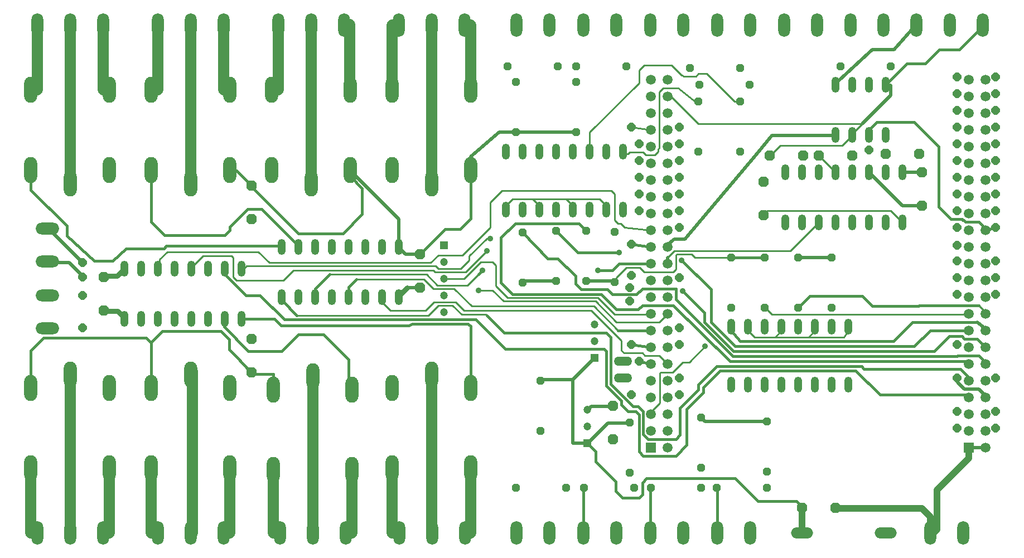
<source format=gbl>
G04 #@! TF.GenerationSoftware,KiCad,Pcbnew,(6.0.9)*
G04 #@! TF.CreationDate,2022-12-31T07:10:18+09:00*
G04 #@! TF.ProjectId,osso,6f73736f-2e6b-4696-9361-645f70636258,rev?*
G04 #@! TF.SameCoordinates,Original*
G04 #@! TF.FileFunction,Copper,L4,Bot*
G04 #@! TF.FilePolarity,Positive*
%FSLAX46Y46*%
G04 Gerber Fmt 4.6, Leading zero omitted, Abs format (unit mm)*
G04 Created by KiCad (PCBNEW (6.0.9)) date 2022-12-31 07:10:18*
%MOMM*%
%LPD*%
G01*
G04 APERTURE LIST*
G04 Aperture macros list*
%AMOutline5P*
0 Free polygon, 5 corners , with rotation*
0 The origin of the aperture is its center*
0 number of corners: always 5*
0 $1 to $10 corner X, Y*
0 $11 Rotation angle, in degrees counterclockwise*
0 create outline with 5 corners*
4,1,5,$1,$2,$3,$4,$5,$6,$7,$8,$9,$10,$1,$2,$11*%
%AMOutline6P*
0 Free polygon, 6 corners , with rotation*
0 The origin of the aperture is its center*
0 number of corners: always 6*
0 $1 to $12 corner X, Y*
0 $13 Rotation angle, in degrees counterclockwise*
0 create outline with 6 corners*
4,1,6,$1,$2,$3,$4,$5,$6,$7,$8,$9,$10,$11,$12,$1,$2,$13*%
%AMOutline7P*
0 Free polygon, 7 corners , with rotation*
0 The origin of the aperture is its center*
0 number of corners: always 7*
0 $1 to $14 corner X, Y*
0 $15 Rotation angle, in degrees counterclockwise*
0 create outline with 7 corners*
4,1,7,$1,$2,$3,$4,$5,$6,$7,$8,$9,$10,$11,$12,$13,$14,$1,$2,$15*%
%AMOutline8P*
0 Free polygon, 8 corners , with rotation*
0 The origin of the aperture is its center*
0 number of corners: always 8*
0 $1 to $16 corner X, Y*
0 $17 Rotation angle, in degrees counterclockwise*
0 create outline with 8 corners*
4,1,8,$1,$2,$3,$4,$5,$6,$7,$8,$9,$10,$11,$12,$13,$14,$15,$16,$1,$2,$17*%
G04 Aperture macros list end*
G04 #@! TA.AperFunction,ComponentPad*
%ADD10Outline8P,-0.609600X0.252505X-0.252505X0.609600X0.252505X0.609600X0.609600X0.252505X0.609600X-0.252505X0.252505X-0.609600X-0.252505X-0.609600X-0.609600X-0.252505X270.000000*%
G04 #@! TD*
G04 #@! TA.AperFunction,ComponentPad*
%ADD11Outline8P,-0.800100X0.331412X-0.331412X0.800100X0.331412X0.800100X0.800100X0.331412X0.800100X-0.331412X0.331412X-0.800100X-0.331412X-0.800100X-0.800100X-0.331412X180.000000*%
G04 #@! TD*
G04 #@! TA.AperFunction,ComponentPad*
%ADD12Outline8P,-0.654000X0.270896X-0.270896X0.654000X0.270896X0.654000X0.654000X0.270896X0.654000X-0.270896X0.270896X-0.654000X-0.270896X-0.654000X-0.654000X-0.270896X0.000000*%
G04 #@! TD*
G04 #@! TA.AperFunction,ComponentPad*
%ADD13Outline8P,-0.800100X0.331412X-0.331412X0.800100X0.331412X0.800100X0.800100X0.331412X0.800100X-0.331412X0.331412X-0.800100X-0.331412X-0.800100X-0.800100X-0.331412X90.000000*%
G04 #@! TD*
G04 #@! TA.AperFunction,ComponentPad*
%ADD14Outline8P,-0.800100X0.331412X-0.331412X0.800100X0.331412X0.800100X0.800100X0.331412X0.800100X-0.331412X0.331412X-0.800100X-0.331412X-0.800100X-0.800100X-0.331412X270.000000*%
G04 #@! TD*
G04 #@! TA.AperFunction,ComponentPad*
%ADD15O,1.790700X3.581400*%
G04 #@! TD*
G04 #@! TA.AperFunction,ComponentPad*
%ADD16Outline8P,-0.609600X0.252505X-0.252505X0.609600X0.252505X0.609600X0.609600X0.252505X0.609600X-0.252505X0.252505X-0.609600X-0.252505X-0.609600X-0.609600X-0.252505X0.000000*%
G04 #@! TD*
G04 #@! TA.AperFunction,ComponentPad*
%ADD17O,1.219200X2.438400*%
G04 #@! TD*
G04 #@! TA.AperFunction,ComponentPad*
%ADD18Outline8P,-0.609600X0.252505X-0.252505X0.609600X0.252505X0.609600X0.609600X0.252505X0.609600X-0.252505X0.252505X-0.609600X-0.252505X-0.609600X-0.609600X-0.252505X90.000000*%
G04 #@! TD*
G04 #@! TA.AperFunction,ComponentPad*
%ADD19O,1.981200X3.962400*%
G04 #@! TD*
G04 #@! TA.AperFunction,ComponentPad*
%ADD20O,3.581400X1.790700*%
G04 #@! TD*
G04 #@! TA.AperFunction,ComponentPad*
%ADD21R,1.200000X1.200000*%
G04 #@! TD*
G04 #@! TA.AperFunction,ComponentPad*
%ADD22C,1.200000*%
G04 #@! TD*
G04 #@! TA.AperFunction,ComponentPad*
%ADD23Outline8P,-0.800100X0.331412X-0.331412X0.800100X0.331412X0.800100X0.800100X0.331412X0.800100X-0.331412X0.331412X-0.800100X-0.331412X-0.800100X-0.800100X-0.331412X0.000000*%
G04 #@! TD*
G04 #@! TA.AperFunction,ComponentPad*
%ADD24Outline8P,-0.609600X0.252505X-0.252505X0.609600X0.252505X0.609600X0.609600X0.252505X0.609600X-0.252505X0.252505X-0.609600X-0.252505X-0.609600X-0.609600X-0.252505X180.000000*%
G04 #@! TD*
G04 #@! TA.AperFunction,ComponentPad*
%ADD25O,3.352800X1.676400*%
G04 #@! TD*
G04 #@! TA.AperFunction,ComponentPad*
%ADD26O,2.743200X1.371600*%
G04 #@! TD*
G04 #@! TA.AperFunction,ComponentPad*
%ADD27R,1.500000X1.500000*%
G04 #@! TD*
G04 #@! TA.AperFunction,ComponentPad*
%ADD28C,1.500000*%
G04 #@! TD*
G04 #@! TA.AperFunction,ViaPad*
%ADD29C,0.904800*%
G04 #@! TD*
G04 #@! TA.AperFunction,Conductor*
%ADD30C,0.152400*%
G04 #@! TD*
G04 #@! TA.AperFunction,Conductor*
%ADD31C,0.254000*%
G04 #@! TD*
G04 #@! TA.AperFunction,Conductor*
%ADD32C,0.406400*%
G04 #@! TD*
G04 #@! TA.AperFunction,Conductor*
%ADD33C,0.508000*%
G04 #@! TD*
G04 #@! TA.AperFunction,Conductor*
%ADD34C,1.016000*%
G04 #@! TD*
G04 #@! TA.AperFunction,Conductor*
%ADD35C,0.381000*%
G04 #@! TD*
G04 #@! TA.AperFunction,Conductor*
%ADD36C,0.762000*%
G04 #@! TD*
G04 #@! TA.AperFunction,Conductor*
%ADD37C,1.676400*%
G04 #@! TD*
G04 APERTURE END LIST*
D10*
X155797100Y-97671850D03*
X155797100Y-105291850D03*
D11*
X200755100Y-86241850D03*
X195675100Y-86241850D03*
D12*
X222472100Y-84463850D03*
D13*
X87090100Y-109736850D03*
X87090100Y-104656850D03*
D12*
X222472100Y-125103850D03*
X203295100Y-85352850D03*
D14*
X109569100Y-90813850D03*
X109569100Y-95893850D03*
D12*
X222472100Y-79383850D03*
X222472100Y-81923850D03*
X216630100Y-84463850D03*
X168370100Y-117483850D03*
D10*
X150717100Y-97925850D03*
X150717100Y-105545850D03*
D12*
X216630100Y-92083850D03*
X83915100Y-104656850D03*
X168370100Y-92083850D03*
X222472100Y-97163850D03*
X174466100Y-81923850D03*
D15*
X154741100Y-66429850D03*
X149741100Y-66429850D03*
D12*
X174466100Y-92083850D03*
X174466100Y-84463850D03*
D13*
X187293100Y-95258850D03*
X187293100Y-90178850D03*
D12*
X167227100Y-122563850D03*
X216630100Y-127643850D03*
X216630100Y-89543850D03*
X216630100Y-97163850D03*
D15*
X164901100Y-66429850D03*
X159901100Y-66429850D03*
D12*
X222472100Y-127643850D03*
D14*
X211296100Y-88781850D03*
X211296100Y-93861850D03*
D15*
X77010100Y-143538850D03*
X82010100Y-143538850D03*
X87010100Y-143538850D03*
X175061100Y-66429850D03*
X170061100Y-66429850D03*
D16*
X176117100Y-72906850D03*
X183737100Y-72906850D03*
D12*
X174466100Y-120023850D03*
D17*
X165957100Y-85632250D03*
X163417100Y-85632250D03*
X160877100Y-85632250D03*
X158337100Y-85632250D03*
X155797100Y-85632250D03*
X153257100Y-85632250D03*
X150717100Y-85632250D03*
X148177100Y-85632250D03*
X148177100Y-94471450D03*
X150717100Y-94471450D03*
X153257100Y-94471450D03*
X155797100Y-94471450D03*
X158337100Y-94471450D03*
X160877100Y-94471450D03*
X163417100Y-94471450D03*
X165957100Y-94471450D03*
D12*
X216630100Y-79383850D03*
D18*
X187801100Y-134247850D03*
X187801100Y-126627850D03*
D12*
X167227100Y-114943850D03*
D15*
X185221100Y-66429850D03*
X180221100Y-66429850D03*
D12*
X174466100Y-104783850D03*
D10*
X177387100Y-77986850D03*
X177387100Y-85606850D03*
D12*
X174466100Y-114943850D03*
X222472100Y-94623850D03*
D15*
X170061100Y-143518850D03*
X175061100Y-143518850D03*
D12*
X216630100Y-102243850D03*
X216630100Y-81923850D03*
D15*
X123586100Y-66409850D03*
X118586100Y-66409850D03*
X113586100Y-66409850D03*
D12*
X83915100Y-112403850D03*
D10*
X149701100Y-75065850D03*
X149701100Y-82685850D03*
D19*
X87979100Y-88400850D03*
X76041100Y-88400850D03*
X76041100Y-76208850D03*
X82010100Y-90432850D03*
X87979100Y-76208850D03*
D15*
X159901100Y-143518850D03*
X164901100Y-143518850D03*
D12*
X222472100Y-76843850D03*
D14*
X164433100Y-124214850D03*
X164433100Y-129294850D03*
D10*
X158845100Y-75065850D03*
X158845100Y-82685850D03*
D15*
X113840100Y-143538850D03*
X118840100Y-143538850D03*
X123840100Y-143538850D03*
D12*
X167227100Y-104402850D03*
D16*
X180181100Y-136660850D03*
X187801100Y-136660850D03*
D12*
X83915100Y-102497850D03*
X168370100Y-84463850D03*
X222472100Y-107323850D03*
X222472100Y-87003850D03*
D19*
X94329100Y-121547850D03*
X106267100Y-121547850D03*
X106267100Y-133739850D03*
X100298100Y-119515850D03*
X94329100Y-133739850D03*
D15*
X132001100Y-143538850D03*
X137001100Y-143538850D03*
X142001100Y-143538850D03*
D12*
X216630100Y-76843850D03*
X222472100Y-74303850D03*
D17*
X182340100Y-121014450D03*
X184880100Y-121014450D03*
X187420100Y-121014450D03*
X189960100Y-121014450D03*
X192500100Y-121014450D03*
X195040100Y-121014450D03*
X197580100Y-121014450D03*
X200120100Y-121014450D03*
X200120100Y-112175250D03*
X197580100Y-112175250D03*
X195040100Y-112175250D03*
X192500100Y-112175250D03*
X189960100Y-112175250D03*
X187420100Y-112175250D03*
X184880100Y-112175250D03*
X182340100Y-112175250D03*
D12*
X168370100Y-89543850D03*
D15*
X149741100Y-143518850D03*
X154741100Y-143518850D03*
D19*
X124555100Y-88400850D03*
X112617100Y-88400850D03*
X112617100Y-76208850D03*
X118586100Y-90432850D03*
X124555100Y-76208850D03*
D15*
X212606100Y-143518850D03*
X217606100Y-143518850D03*
D12*
X216630100Y-87003850D03*
X167227100Y-99703850D03*
D15*
X220527100Y-66429850D03*
X215527100Y-66429850D03*
D12*
X166973100Y-106307850D03*
X174466100Y-97163850D03*
D15*
X95298100Y-143538850D03*
X100298100Y-143538850D03*
X105298100Y-143538850D03*
X141874100Y-66409850D03*
X136874100Y-66409850D03*
X131874100Y-66409850D03*
D20*
X78581100Y-102330850D03*
X78581100Y-97330850D03*
D12*
X222472100Y-102243850D03*
D19*
X112871100Y-121801850D03*
X124809100Y-121801850D03*
X124809100Y-133993850D03*
X118840100Y-119769850D03*
X112871100Y-133993850D03*
D12*
X174466100Y-89543850D03*
D21*
X161639100Y-116975850D03*
D22*
X161639100Y-114435850D03*
X161639100Y-111895850D03*
D17*
X108045100Y-103386850D03*
X105505100Y-103386850D03*
X102965100Y-103386850D03*
X100425100Y-103386850D03*
X97885100Y-103386850D03*
X95345100Y-103386850D03*
X92805100Y-103386850D03*
X90265100Y-103386850D03*
X90265100Y-111006850D03*
X92805100Y-111006850D03*
X95345100Y-111006850D03*
X97885100Y-111006850D03*
X100425100Y-111006850D03*
X102965100Y-111006850D03*
X105505100Y-111006850D03*
X108045100Y-111006850D03*
D23*
X193135100Y-139708850D03*
X198215100Y-139708850D03*
D13*
X109569100Y-119134850D03*
X109569100Y-114054850D03*
D12*
X216630100Y-114943850D03*
D18*
X153384100Y-128024850D03*
X153384100Y-120404850D03*
D20*
X78581100Y-112490850D03*
X78581100Y-107490850D03*
D11*
X210915100Y-85987850D03*
X205835100Y-85987850D03*
D16*
X159988100Y-136660850D03*
X167608100Y-136660850D03*
D12*
X167227100Y-81923850D03*
D14*
X135096100Y-101227850D03*
X135096100Y-106307850D03*
D12*
X216630100Y-120023850D03*
X216630100Y-107323850D03*
X222472100Y-92083850D03*
X166973100Y-108339850D03*
D16*
X149701100Y-136660850D03*
X157321100Y-136660850D03*
D12*
X168370100Y-94623850D03*
X216630100Y-104783850D03*
D11*
X193262100Y-86241850D03*
X188182100Y-86241850D03*
D19*
X130905100Y-121547850D03*
X142843100Y-121547850D03*
X142843100Y-133739850D03*
X136874100Y-119515850D03*
X130905100Y-133739850D03*
D18*
X182340100Y-109355850D03*
X182340100Y-101735850D03*
D12*
X216630100Y-94623850D03*
D19*
X76041100Y-121547850D03*
X87979100Y-121547850D03*
X87979100Y-133739850D03*
X82010100Y-119515850D03*
X76041100Y-133739850D03*
D10*
X164687100Y-97798850D03*
X164687100Y-105418850D03*
D12*
X222472100Y-120023850D03*
X174466100Y-122563850D03*
D21*
X160496100Y-129929850D03*
D22*
X160496100Y-127389850D03*
X160496100Y-124849850D03*
D12*
X174466100Y-112403850D03*
D18*
X177768100Y-133612850D03*
X177768100Y-125992850D03*
D24*
X166465100Y-72652850D03*
X158845100Y-72652850D03*
D12*
X222472100Y-104783850D03*
X216630100Y-74303850D03*
X168370100Y-87003850D03*
D15*
X105298100Y-66409850D03*
X100298100Y-66409850D03*
X95298100Y-66409850D03*
D25*
X205835100Y-143518850D03*
X193135100Y-143518850D03*
D21*
X138779100Y-99830850D03*
D22*
X138779100Y-102370850D03*
X138779100Y-104910850D03*
X138779100Y-107450850D03*
X138779100Y-109990850D03*
D12*
X83915100Y-107450850D03*
D18*
X166973100Y-134374850D03*
X166973100Y-126754850D03*
D26*
X165957100Y-117483850D03*
X165957100Y-120023850D03*
D12*
X222472100Y-89543850D03*
D15*
X180221100Y-143518850D03*
X185221100Y-143518850D03*
D12*
X174466100Y-87003850D03*
D16*
X170148100Y-136660850D03*
X177768100Y-136660850D03*
D12*
X216630100Y-125103850D03*
D24*
X206597100Y-72652850D03*
X198977100Y-72652850D03*
D17*
X114141100Y-107704850D03*
X116681100Y-107704850D03*
X119221100Y-107704850D03*
X121761100Y-107704850D03*
X124301100Y-107704850D03*
X126841100Y-107704850D03*
X129381100Y-107704850D03*
X131921100Y-107704850D03*
X131921100Y-100084850D03*
X129381100Y-100084850D03*
X126841100Y-100084850D03*
X124301100Y-100084850D03*
X121761100Y-100084850D03*
X119221100Y-100084850D03*
X116681100Y-100084850D03*
X114141100Y-100084850D03*
D12*
X174466100Y-94623850D03*
D10*
X183737100Y-77986850D03*
X183737100Y-85606850D03*
D12*
X216630100Y-99830850D03*
D17*
X208375100Y-88781850D03*
X205835100Y-88781850D03*
X203295100Y-88781850D03*
X200755100Y-88781850D03*
X198215100Y-88781850D03*
X195675100Y-88781850D03*
X193135100Y-88781850D03*
X190595100Y-88781850D03*
X190595100Y-96401850D03*
X193135100Y-96401850D03*
X195675100Y-96401850D03*
X198215100Y-96401850D03*
X200755100Y-96401850D03*
X203295100Y-96401850D03*
X205835100Y-96401850D03*
X208375100Y-96401850D03*
D15*
X195381100Y-66429850D03*
X190381100Y-66429850D03*
D24*
X185134100Y-75446850D03*
X177514100Y-75446850D03*
D15*
X87010100Y-66409850D03*
X82010100Y-66409850D03*
X77010100Y-66409850D03*
D19*
X142843100Y-88400850D03*
X130905100Y-88400850D03*
X130905100Y-76208850D03*
X136874100Y-90432850D03*
X142843100Y-76208850D03*
X106267100Y-88400850D03*
X94329100Y-88400850D03*
X94329100Y-76208850D03*
X100298100Y-90432850D03*
X106267100Y-76208850D03*
D24*
X156051100Y-72652850D03*
X148431100Y-72652850D03*
D18*
X192500100Y-109355850D03*
X192500100Y-101735850D03*
D15*
X210454100Y-66409850D03*
X205454100Y-66409850D03*
X200454100Y-66409850D03*
D17*
X198215100Y-83066850D03*
X200755100Y-83066850D03*
X203295100Y-83066850D03*
X205835100Y-83066850D03*
X205835100Y-75446850D03*
X203295100Y-75446850D03*
X200755100Y-75446850D03*
X198215100Y-75446850D03*
D18*
X187420100Y-109355850D03*
X187420100Y-101735850D03*
X197580100Y-109355850D03*
X197580100Y-101735850D03*
D10*
X160369100Y-97671850D03*
X160369100Y-105291850D03*
D27*
X218408100Y-130564850D03*
D28*
X220948100Y-130564850D03*
X218408100Y-128024850D03*
X220948100Y-128024850D03*
X218408100Y-125484850D03*
X220948100Y-125484850D03*
X218408100Y-122944850D03*
X220948100Y-122944850D03*
X218408100Y-120404850D03*
X220948100Y-120404850D03*
X218408100Y-117864850D03*
X220948100Y-117864850D03*
X218408100Y-115324850D03*
X220948100Y-115324850D03*
X218408100Y-112784850D03*
X220948100Y-112784850D03*
X218408100Y-110244850D03*
X220948100Y-110244850D03*
X218408100Y-107704850D03*
X220948100Y-107704850D03*
X218408100Y-105164850D03*
X220948100Y-105164850D03*
X218408100Y-102624850D03*
X220948100Y-102624850D03*
X218408100Y-100084850D03*
X220948100Y-100084850D03*
X218408100Y-97544850D03*
X220948100Y-97544850D03*
X218408100Y-95004850D03*
X220948100Y-95004850D03*
X218408100Y-92464850D03*
X220948100Y-92464850D03*
X218408100Y-89924850D03*
X220948100Y-89924850D03*
X218408100Y-87384850D03*
X220948100Y-87384850D03*
X218408100Y-84844850D03*
X220948100Y-84844850D03*
X218408100Y-82304850D03*
X220948100Y-82304850D03*
X218408100Y-79764850D03*
X220948100Y-79764850D03*
X218408100Y-77224850D03*
X220948100Y-77224850D03*
X218408100Y-74684850D03*
X220948100Y-74684850D03*
D27*
X170148100Y-130564850D03*
D28*
X172688100Y-130564850D03*
X170148100Y-128024850D03*
X172688100Y-128024850D03*
X170148100Y-125484850D03*
X172688100Y-125484850D03*
X170148100Y-122944850D03*
X172688100Y-122944850D03*
X170148100Y-120404850D03*
X172688100Y-120404850D03*
X170148100Y-117864850D03*
X172688100Y-117864850D03*
X170148100Y-115324850D03*
X172688100Y-115324850D03*
X170148100Y-112784850D03*
X172688100Y-112784850D03*
X170148100Y-110244850D03*
X172688100Y-110244850D03*
X170148100Y-107704850D03*
X172688100Y-107704850D03*
X170148100Y-105164850D03*
X172688100Y-105164850D03*
X170148100Y-102624850D03*
X172688100Y-102624850D03*
X170148100Y-100084850D03*
X172688100Y-100084850D03*
X170148100Y-97544850D03*
X172688100Y-97544850D03*
X170148100Y-95004850D03*
X172688100Y-95004850D03*
X170148100Y-92464850D03*
X172688100Y-92464850D03*
X170148100Y-89924850D03*
X172688100Y-89924850D03*
X170148100Y-87384850D03*
X172688100Y-87384850D03*
X170148100Y-84844850D03*
X172688100Y-84844850D03*
X170148100Y-82304850D03*
X172688100Y-82304850D03*
X170148100Y-79764850D03*
X172688100Y-79764850D03*
X170148100Y-77224850D03*
X172688100Y-77224850D03*
X170148100Y-74684850D03*
X172688100Y-74684850D03*
D29*
X178403100Y-115197850D03*
X144621100Y-103640850D03*
X162147100Y-103640850D03*
X145256100Y-100719850D03*
X145764100Y-98814850D03*
X143986100Y-106688850D03*
X174847100Y-102116850D03*
X174974100Y-106815850D03*
X165322100Y-100973850D03*
D30*
X205835100Y-75573850D02*
X205835100Y-75446850D01*
X131921100Y-107577850D02*
X131921100Y-107704850D01*
D31*
X200755100Y-83193850D02*
X199231100Y-84717850D01*
D32*
X220527100Y-66596850D02*
X217011100Y-70112850D01*
D33*
X220948100Y-130564850D02*
X218408100Y-130564850D01*
D32*
X213963100Y-70112850D02*
X211804100Y-72271850D01*
D34*
X212606100Y-143518850D02*
X213074100Y-143518850D01*
D31*
X177387100Y-81415850D02*
X172815100Y-76843850D01*
X194151100Y-113800850D02*
X199485100Y-113800850D01*
D33*
X90265100Y-103513850D02*
X90265100Y-103386850D01*
X206597100Y-77097850D02*
X202279100Y-81415850D01*
X206343100Y-75573850D02*
X205835100Y-75446850D01*
D30*
X200755100Y-82939850D02*
X200755100Y-83066850D01*
D35*
X198342100Y-139835850D02*
X198215100Y-139708850D01*
D32*
X217011100Y-70112850D02*
X213963100Y-70112850D01*
D35*
X172815100Y-77097850D02*
X172688100Y-77224850D01*
D33*
X200755100Y-83193850D02*
X200755100Y-83066850D01*
D31*
X199231100Y-84717850D02*
X189833100Y-84717850D01*
X185896100Y-113800850D02*
X184880100Y-112784850D01*
D30*
X87217100Y-104529850D02*
X87090100Y-104656850D01*
D34*
X213074100Y-143518850D02*
X213582100Y-143010850D01*
X211296100Y-139835850D02*
X212566100Y-141105850D01*
D33*
X206597100Y-75573850D02*
X206597100Y-77097850D01*
D31*
X194151100Y-113800850D02*
X195040100Y-112784850D01*
X149193100Y-92845850D02*
X148177100Y-93861850D01*
D36*
X87217100Y-104529850D02*
X89122100Y-104529850D01*
D34*
X212566100Y-143478850D02*
X212606100Y-143518850D01*
D31*
X162401100Y-92845850D02*
X163417100Y-93861850D01*
X199485100Y-113800850D02*
X200120100Y-112784850D01*
D34*
X213582100Y-137041850D02*
X218408100Y-132215850D01*
D36*
X89122100Y-104529850D02*
X90265100Y-103386850D01*
D30*
X188309100Y-86241850D02*
X188182100Y-86241850D01*
D31*
X189960100Y-112784850D02*
X189071100Y-113800850D01*
D36*
X133191100Y-106307850D02*
X131921100Y-107577850D01*
D31*
X157321100Y-92845850D02*
X158337100Y-93861850D01*
D32*
X209010100Y-72271850D02*
X205835100Y-75446850D01*
D33*
X206343100Y-75573850D02*
X206597100Y-75573850D01*
D31*
X189071100Y-113800850D02*
X194151100Y-113800850D01*
X189071100Y-113800850D02*
X185896100Y-113800850D01*
D30*
X198215100Y-139581850D02*
X198215100Y-139708850D01*
D34*
X198342100Y-139835850D02*
X211296100Y-139835850D01*
X212566100Y-141105850D02*
X212566100Y-143478850D01*
D35*
X172815100Y-76843850D02*
X172815100Y-77097850D01*
D31*
X153257100Y-93861850D02*
X152241100Y-92845850D01*
D34*
X218408100Y-132215850D02*
X218408100Y-130564850D01*
D31*
X202279100Y-81415850D02*
X177387100Y-81415850D01*
X202279100Y-81415850D02*
X200755100Y-82939850D01*
X152241100Y-92845850D02*
X149193100Y-92845850D01*
X157321100Y-92845850D02*
X162401100Y-92845850D01*
X152241100Y-92845850D02*
X157321100Y-92845850D01*
D33*
X133191100Y-106307850D02*
X135096100Y-106307850D01*
D32*
X211804100Y-72271850D02*
X209010100Y-72271850D01*
D31*
X189833100Y-84717850D02*
X188309100Y-86241850D01*
D34*
X213582100Y-143010850D02*
X213582100Y-137041850D01*
D33*
X205835100Y-75573850D02*
X206343100Y-75573850D01*
D32*
X220527100Y-66429850D02*
X220527100Y-66596850D01*
D35*
X161766100Y-132723850D02*
X161766100Y-131199850D01*
X116681100Y-98052850D02*
X123412100Y-98052850D01*
X124682100Y-89543850D02*
X124682100Y-88527850D01*
D30*
X160623100Y-129929850D02*
X160496100Y-129929850D01*
D32*
X93567100Y-113927850D02*
X94329100Y-114689850D01*
X94456100Y-120785850D02*
X94583100Y-120658850D01*
D35*
X142843100Y-88527850D02*
X142843100Y-95766850D01*
X165830100Y-138184850D02*
X168370100Y-138184850D01*
D32*
X95980100Y-112911850D02*
X104870100Y-112911850D01*
D35*
X186404100Y-138692850D02*
X192246100Y-138692850D01*
D32*
X76041100Y-115832850D02*
X77946100Y-113927850D01*
D30*
X193135100Y-139581850D02*
X193135100Y-139708850D01*
D33*
X158845100Y-82685850D02*
X149701100Y-82685850D01*
D30*
X109315100Y-119388850D02*
X109569100Y-119007850D01*
D35*
X141192100Y-97417850D02*
X138906100Y-97417850D01*
X126333100Y-91194850D02*
X124682100Y-89543850D01*
D33*
X163671100Y-126881850D02*
X160623100Y-129929850D01*
X166973100Y-126881850D02*
X166973100Y-126754850D01*
D32*
X94456100Y-121547850D02*
X94456100Y-121293850D01*
X112871100Y-119388850D02*
X112871100Y-121801850D01*
D33*
X166973100Y-126881850D02*
X163671100Y-126881850D01*
D35*
X123412100Y-98052850D02*
X126333100Y-95131850D01*
D32*
X94329100Y-121420850D02*
X94456100Y-121547850D01*
D35*
X169513100Y-135263850D02*
X182975100Y-135263850D01*
D30*
X109569100Y-119007850D02*
X109569100Y-119134850D01*
X124555100Y-88527850D02*
X124555100Y-88400850D01*
D35*
X168878100Y-135898850D02*
X169513100Y-135263850D01*
D33*
X178403100Y-126627850D02*
X177768100Y-125992850D01*
D31*
X192627100Y-139073850D02*
X193135100Y-139581850D01*
D35*
X168370100Y-138184850D02*
X168878100Y-137676850D01*
D32*
X94583100Y-120658850D02*
X94583100Y-121166850D01*
D33*
X153511100Y-120277850D02*
X158337100Y-120277850D01*
D32*
X107283100Y-88527850D02*
X109569100Y-90813850D01*
D30*
X106267100Y-88527850D02*
X107283100Y-88527850D01*
D35*
X164814100Y-135771850D02*
X161766100Y-132723850D01*
D33*
X158337100Y-129929850D02*
X158337100Y-120277850D01*
D34*
X193135100Y-143518850D02*
X193135100Y-139708850D01*
D30*
X107791100Y-117229850D02*
X109315100Y-119388850D01*
D35*
X109569100Y-90940850D02*
X116681100Y-98052850D01*
X138906100Y-97417850D02*
X135096100Y-101227850D01*
D30*
X94329100Y-121420850D02*
X94329100Y-121547850D01*
D35*
X109569100Y-90813850D02*
X109569100Y-90940850D01*
X182975100Y-135263850D02*
X186404100Y-138692850D01*
D32*
X106140100Y-114181850D02*
X106140100Y-115705850D01*
D33*
X132937100Y-101227850D02*
X131921100Y-100211850D01*
D32*
X94329100Y-114689850D02*
X94329100Y-121420850D01*
D35*
X124682100Y-88527850D02*
X124555100Y-88400850D01*
D32*
X94583100Y-121166850D02*
X94456100Y-121293850D01*
D30*
X142843100Y-88527850D02*
X142843100Y-88400850D01*
D32*
X77946100Y-113927850D02*
X93567100Y-113927850D01*
D33*
X142843100Y-86368850D02*
X142843100Y-88400850D01*
X160496100Y-129929850D02*
X158337100Y-129929850D01*
D35*
X164814100Y-135771850D02*
X164814100Y-137168850D01*
D33*
X131921100Y-95893850D02*
X124555100Y-88527850D01*
D35*
X126333100Y-95131850D02*
X126333100Y-91194850D01*
D32*
X109315100Y-119388850D02*
X112871100Y-119388850D01*
D33*
X135096100Y-101227850D02*
X132937100Y-101227850D01*
X131921100Y-100084850D02*
X131921100Y-95893850D01*
X147161100Y-82685850D02*
X142843100Y-86368850D01*
X187801100Y-126627850D02*
X178403100Y-126627850D01*
X149701100Y-82685850D02*
X147161100Y-82685850D01*
D32*
X94329100Y-114689850D02*
X94329100Y-114562850D01*
D35*
X192246100Y-138692850D02*
X192627100Y-139073850D01*
X168878100Y-137676850D02*
X168878100Y-135898850D01*
D32*
X76041100Y-121547850D02*
X76041100Y-115832850D01*
D30*
X153511100Y-120277850D02*
X153384100Y-120404850D01*
D32*
X106140100Y-115705850D02*
X109569100Y-119134850D01*
D30*
X106267100Y-88527850D02*
X106267100Y-88400850D01*
D32*
X94329100Y-114562850D02*
X95980100Y-112911850D01*
D30*
X131921100Y-100211850D02*
X131921100Y-100084850D01*
D33*
X158337100Y-120277850D02*
X161639100Y-116975850D01*
D32*
X104870100Y-112911850D02*
X106140100Y-114181850D01*
D35*
X161766100Y-131199850D02*
X160496100Y-129929850D01*
X142843100Y-95766850D02*
X141192100Y-97417850D01*
X164814100Y-137168850D02*
X165830100Y-138184850D01*
D32*
X94456100Y-121293850D02*
X94456100Y-120785850D01*
D30*
X187293100Y-95131850D02*
X187293100Y-95258850D01*
D31*
X173450100Y-119134850D02*
X174974100Y-117610850D01*
D33*
X203803100Y-70112850D02*
X198215100Y-75319850D01*
X210407100Y-66429850D02*
X207105100Y-70112850D01*
X161131100Y-124341850D02*
X160623100Y-124849850D01*
D31*
X206597100Y-94623850D02*
X187801100Y-94623850D01*
D36*
X210407100Y-66429850D02*
X210454100Y-66409850D01*
D31*
X171545100Y-123833850D02*
X170275100Y-125103850D01*
D30*
X164433100Y-124341850D02*
X164433100Y-124214850D01*
D31*
X171545100Y-119261850D02*
X171672100Y-119134850D01*
X171672100Y-119134850D02*
X173450100Y-119134850D01*
D33*
X198215100Y-75319850D02*
X198215100Y-75446850D01*
X207105100Y-70112850D02*
X203803100Y-70112850D01*
D30*
X160623100Y-124849850D02*
X160496100Y-124849850D01*
D31*
X174974100Y-117610850D02*
X175990100Y-117610850D01*
D30*
X187801100Y-94623850D02*
X187293100Y-95131850D01*
D31*
X208375100Y-96401850D02*
X206597100Y-94623850D01*
X175990100Y-117610850D02*
X178403100Y-115197850D01*
D30*
X187293100Y-95385850D02*
X187293100Y-95258850D01*
D31*
X171545100Y-123833850D02*
X171545100Y-119261850D01*
D30*
X170275100Y-125103850D02*
X170148100Y-125484850D01*
D33*
X164433100Y-124341850D02*
X161131100Y-124341850D01*
D37*
X142843100Y-66409850D02*
X142843100Y-76208850D01*
X141874100Y-66409850D02*
X142843100Y-66409850D01*
X136874100Y-66409850D02*
X136874100Y-90432850D01*
X130905100Y-66409850D02*
X130905100Y-76208850D01*
X131874100Y-66409850D02*
X130905100Y-66409850D01*
X77010100Y-143538850D02*
X76041100Y-143538850D01*
X76041100Y-143538850D02*
X76041100Y-133739850D01*
X82010100Y-143538850D02*
X82010100Y-119515850D01*
X87010100Y-143538850D02*
X87979100Y-143538850D01*
X87979100Y-143538850D02*
X87979100Y-133739850D01*
X124428100Y-76208850D02*
X124428100Y-66302850D01*
D31*
X124428100Y-76208850D02*
X124555100Y-76208850D01*
D37*
X124428100Y-66302850D02*
X123586100Y-66302850D01*
X123586100Y-66302850D02*
X123586100Y-66409850D01*
X118586100Y-90432850D02*
X118586100Y-66409850D01*
X112617100Y-76208850D02*
X113586100Y-76208850D01*
X113586100Y-76208850D02*
X113586100Y-66409850D01*
X95298100Y-143538850D02*
X94329100Y-143538850D01*
X94329100Y-143538850D02*
X94329100Y-133739850D01*
X100552100Y-119007850D02*
X100298100Y-119007850D01*
X100552100Y-143538850D02*
X100552100Y-119007850D01*
X100298100Y-143538850D02*
X100552100Y-143538850D01*
X100298100Y-119007850D02*
X100298100Y-119515850D01*
X105298100Y-143538850D02*
X106267100Y-143538850D01*
X106267100Y-143538850D02*
X106267100Y-133739850D01*
X106267100Y-76208850D02*
X105298100Y-76208850D01*
X105298100Y-76208850D02*
X105298100Y-66409850D01*
X100298100Y-90432850D02*
X100298100Y-66409850D01*
X95298100Y-76208850D02*
X95298100Y-66409850D01*
X94329100Y-76208850D02*
X95298100Y-76208850D01*
X87979100Y-76208850D02*
X87010100Y-76208850D01*
X87010100Y-76208850D02*
X87010100Y-66409850D01*
X82010100Y-90432850D02*
X82010100Y-66409850D01*
X77010100Y-76208850D02*
X77010100Y-66409850D01*
X76041100Y-76208850D02*
X77010100Y-76208850D01*
X130905100Y-143538850D02*
X130905100Y-133739850D01*
X132001100Y-143538850D02*
X130905100Y-143538850D01*
X136874100Y-143538850D02*
X136874100Y-119515850D01*
X137001100Y-143538850D02*
X136874100Y-143538850D01*
X142843100Y-143538850D02*
X142843100Y-133739850D01*
X142001100Y-143538850D02*
X142843100Y-143538850D01*
D33*
X116681100Y-99957850D02*
X116681100Y-100084850D01*
D30*
X94329100Y-88527850D02*
X94329100Y-88400850D01*
D35*
X111093100Y-94369850D02*
X111220100Y-94496850D01*
X111220100Y-94496850D02*
X116681100Y-99957850D01*
X106267100Y-97544850D02*
X106267100Y-97036850D01*
X108934100Y-94369850D02*
X111093100Y-94369850D01*
X105505100Y-98306850D02*
X106267100Y-97544850D01*
X106267100Y-97036850D02*
X108934100Y-94369850D01*
X94329100Y-88527850D02*
X94329100Y-96274850D01*
X96361100Y-98306850D02*
X105505100Y-98306850D01*
X94329100Y-96274850D02*
X96361100Y-98306850D01*
X85693100Y-102243850D02*
X88487100Y-102243850D01*
X90519100Y-100338850D02*
X96234100Y-100338850D01*
X76041100Y-91448850D02*
X81502100Y-96909850D01*
D30*
X114141100Y-99957850D02*
X114141100Y-100084850D01*
D35*
X96234100Y-100338850D02*
X96615100Y-99957850D01*
D30*
X76041100Y-88527850D02*
X76041100Y-88400850D01*
D35*
X76041100Y-88527850D02*
X76041100Y-91448850D01*
X88487100Y-102243850D02*
X90519100Y-100338850D01*
X81502100Y-98433850D02*
X85693100Y-102243850D01*
X96615100Y-99957850D02*
X114141100Y-99957850D01*
X81502100Y-96909850D02*
X81502100Y-98433850D01*
X109061100Y-115959850D02*
X105505100Y-112276850D01*
X114141100Y-115959850D02*
X109061100Y-115959850D01*
X124301100Y-121039850D02*
X124301100Y-117229850D01*
X120491100Y-113419850D02*
X116681100Y-113419850D01*
D32*
X116681100Y-113419850D02*
X114141100Y-115959850D01*
D35*
X124301100Y-117229850D02*
X120491100Y-113419850D01*
D33*
X105505100Y-112276850D02*
X105505100Y-111006850D01*
D30*
X124301100Y-121039850D02*
X124809100Y-121801850D01*
D32*
X142402334Y-111783791D02*
X142843100Y-112149850D01*
D30*
X142081100Y-121039850D02*
X142843100Y-121547850D01*
D35*
X112998100Y-111006850D02*
X114014100Y-112022850D01*
X114014100Y-112022850D02*
X133445100Y-112022850D01*
X133953100Y-111768850D02*
X142387393Y-111768850D01*
X133445100Y-112022850D02*
X133953100Y-111768850D01*
D32*
X142843100Y-112149850D02*
X142843100Y-121547850D01*
D35*
X108045100Y-111006850D02*
X112998100Y-111006850D01*
X142387393Y-111768850D02*
X142402334Y-111783791D01*
D31*
X130651100Y-109736850D02*
X135985100Y-109736850D01*
X137255100Y-108466850D02*
X140557100Y-108466850D01*
X141827100Y-109736850D02*
X161131100Y-109736850D01*
X166084100Y-116213850D02*
X168878100Y-116213850D01*
X165703100Y-114308850D02*
X161131100Y-109736850D01*
X171418100Y-116594850D02*
X172688100Y-117864850D01*
X140557100Y-108466850D02*
X141827100Y-109736850D01*
X165703100Y-115832850D02*
X165703100Y-114308850D01*
X130651100Y-109736850D02*
X129127100Y-108212850D01*
X169259100Y-116594850D02*
X171418100Y-116594850D01*
X168878100Y-116213850D02*
X169259100Y-116594850D01*
X129127100Y-107958850D02*
X129381100Y-107704850D01*
X129127100Y-108212850D02*
X129127100Y-107958850D01*
X135985100Y-109736850D02*
X137255100Y-108466850D01*
X166084100Y-116213850D02*
X165703100Y-115832850D01*
D35*
X170148100Y-112784850D02*
X165195100Y-112784850D01*
X124301100Y-106180850D02*
X124301100Y-107704850D01*
D31*
X125444100Y-105037850D02*
X135731100Y-105037850D01*
X165195100Y-112784850D02*
X161512100Y-109101850D01*
X135731100Y-105037850D02*
X137128100Y-106434850D01*
X140303100Y-106434850D02*
X142970100Y-109101850D01*
X161512100Y-109101850D02*
X142970100Y-109101850D01*
X137128100Y-106434850D02*
X140303100Y-106434850D01*
D35*
X125444100Y-105037850D02*
X124301100Y-106180850D01*
X165322100Y-102624850D02*
X170148100Y-102624850D01*
D31*
X142335100Y-105926850D02*
X143986100Y-104275850D01*
D35*
X119221100Y-106434850D02*
X121380100Y-104275850D01*
X143986100Y-104275850D02*
X144621100Y-103640850D01*
D31*
X137763100Y-105926850D02*
X142335100Y-105926850D01*
X121380100Y-104275850D02*
X136112100Y-104275850D01*
X136112100Y-104275850D02*
X137763100Y-105926850D01*
D35*
X119221100Y-107704850D02*
X119221100Y-106434850D01*
X164306100Y-103640850D02*
X165322100Y-102624850D01*
X162147100Y-103640850D02*
X164306100Y-103640850D01*
X177387100Y-121039850D02*
X177387100Y-121801850D01*
X147923100Y-113165850D02*
X145256100Y-110498850D01*
X164052100Y-120912850D02*
X164052100Y-113800850D01*
D31*
X145129100Y-110371850D02*
X145256100Y-110498850D01*
D35*
X169005100Y-125103850D02*
X168243100Y-124341850D01*
D31*
X116427100Y-110498850D02*
X136366100Y-110498850D01*
D35*
X167481100Y-124341850D02*
X164052100Y-120912850D01*
X173958100Y-129294850D02*
X169767100Y-129294850D01*
X217138100Y-118626850D02*
X202533100Y-118626850D01*
X168243100Y-124341850D02*
X167481100Y-124341850D01*
X218408100Y-120404850D02*
X218408100Y-119896850D01*
D31*
X140049100Y-108974850D02*
X141446100Y-110371850D01*
X136366100Y-110498850D02*
X137890100Y-108974850D01*
D35*
X169005100Y-128532850D02*
X169005100Y-125103850D01*
X180181100Y-118245850D02*
X177387100Y-121039850D01*
X218408100Y-119896850D02*
X217138100Y-118626850D01*
D31*
X137890100Y-108974850D02*
X140049100Y-108974850D01*
D35*
X114268100Y-108339850D02*
X114268100Y-107831850D01*
X202533100Y-118626850D02*
X202152100Y-118245850D01*
X116427100Y-110498850D02*
X114268100Y-108339850D01*
X174593100Y-128659850D02*
X173958100Y-129294850D01*
X169767100Y-129294850D02*
X169005100Y-128532850D01*
D31*
X141446100Y-110371850D02*
X145129100Y-110371850D01*
D35*
X177387100Y-121801850D02*
X174593100Y-124595850D01*
X114268100Y-107831850D02*
X114141100Y-107704850D01*
X164052100Y-113800850D02*
X163417100Y-113165850D01*
X163417100Y-113165850D02*
X147923100Y-113165850D01*
X202152100Y-118245850D02*
X180181100Y-118245850D01*
X174593100Y-124595850D02*
X174593100Y-128659850D01*
D31*
X145764100Y-93353850D02*
X145764100Y-97163850D01*
X137890100Y-101354850D02*
X141573100Y-101354850D01*
X95599100Y-103132850D02*
X95345100Y-103386850D01*
X164687100Y-96020850D02*
X164687100Y-92083850D01*
X112236100Y-102497850D02*
X110585100Y-100846850D01*
X147542100Y-91575850D02*
X145764100Y-93353850D01*
X110585100Y-100846850D02*
X96742100Y-100846850D01*
X145764100Y-97163850D02*
X141573100Y-101354850D01*
X166211100Y-97163850D02*
X165576100Y-96528850D01*
X165576100Y-96528850D02*
X165195100Y-96528850D01*
X112236100Y-102497850D02*
X136747100Y-102497850D01*
X96742100Y-100846850D02*
X95599100Y-101989850D01*
X165195100Y-96528850D02*
X164687100Y-96020850D01*
X164179100Y-91575850D02*
X147542100Y-91575850D01*
X136747100Y-102497850D02*
X137890100Y-101354850D01*
X170148100Y-97544850D02*
X166211100Y-97163850D01*
X95599100Y-101989850D02*
X95599100Y-103132850D01*
X164687100Y-92083850D02*
X164179100Y-91575850D01*
X100425100Y-103259850D02*
X102203100Y-101481850D01*
X142081100Y-103894850D02*
X145256100Y-100719850D01*
X137128100Y-103640850D02*
X137382100Y-103894850D01*
X107283100Y-105164850D02*
X114395100Y-105164850D01*
X102203100Y-101481850D02*
X106521100Y-101481850D01*
X106775100Y-101735850D02*
X106775100Y-104656850D01*
X137382100Y-103894850D02*
X142081100Y-103894850D01*
X106775100Y-104656850D02*
X107283100Y-105164850D01*
X114395100Y-105164850D02*
X115919100Y-103640850D01*
X115919100Y-103640850D02*
X137128100Y-103640850D01*
X106521100Y-101481850D02*
X106775100Y-101735850D01*
D35*
X178149100Y-122182850D02*
X175609100Y-124722850D01*
X204946100Y-122563850D02*
X201263100Y-118880850D01*
X114522100Y-111133850D02*
X110839100Y-107450850D01*
D31*
X218027100Y-122563850D02*
X218408100Y-122944850D01*
D35*
X201263100Y-118880850D02*
X180689100Y-118880850D01*
X143605100Y-111133850D02*
X114522100Y-111133850D01*
X165703100Y-123452850D02*
X163417100Y-121166850D01*
X163417100Y-121166850D02*
X163417100Y-115959850D01*
X148050100Y-115578850D02*
X143605100Y-111133850D01*
X169005100Y-131834850D02*
X168370100Y-131199850D01*
X105505100Y-104275850D02*
X105505100Y-103386850D01*
X163036100Y-115578850D02*
X148050100Y-115578850D01*
X173958100Y-131834850D02*
X169005100Y-131834850D01*
X165703100Y-124087850D02*
X165703100Y-123452850D01*
X167862100Y-125103850D02*
X166719100Y-125103850D01*
D32*
X204946100Y-122563850D02*
X218027100Y-122563850D01*
D35*
X108680100Y-107450850D02*
X105505100Y-104275850D01*
X163417100Y-115959850D02*
X163036100Y-115578850D01*
X168370100Y-131199850D02*
X168370100Y-125611850D01*
X180689100Y-118880850D02*
X178149100Y-121420850D01*
X178149100Y-121420850D02*
X178149100Y-122182850D01*
X175609100Y-124722850D02*
X175609100Y-130183850D01*
X166719100Y-125103850D02*
X165703100Y-124087850D01*
X175609100Y-130183850D02*
X173958100Y-131834850D01*
X168370100Y-125611850D02*
X167862100Y-125103850D01*
X110839100Y-107450850D02*
X108680100Y-107450850D01*
D31*
X141319100Y-103386850D02*
X142589100Y-102116850D01*
X142589100Y-102116850D02*
X142589100Y-101481850D01*
X137890100Y-103386850D02*
X141319100Y-103386850D01*
X108426100Y-103386850D02*
X108807100Y-103005850D01*
X108807100Y-103005850D02*
X137509100Y-103005850D01*
X145256100Y-98814850D02*
X145764100Y-98814850D01*
X142589100Y-101481850D02*
X145256100Y-98814850D01*
X137509100Y-103005850D02*
X137890100Y-103386850D01*
X108045100Y-103386850D02*
X108426100Y-103386850D01*
X176879100Y-77986850D02*
X174339100Y-75954850D01*
X171291100Y-85606850D02*
X171291100Y-85225850D01*
X166973100Y-85733850D02*
X169005100Y-85733850D01*
X177387100Y-77986850D02*
X176879100Y-77986850D01*
X170783100Y-86114850D02*
X171291100Y-85606850D01*
X172053100Y-75954850D02*
X171418100Y-76589850D01*
X166211100Y-85987850D02*
X165957100Y-86241850D01*
X166973100Y-85733850D02*
X166719100Y-85987850D01*
X169386100Y-86114850D02*
X170783100Y-86114850D01*
X171418100Y-76589850D02*
X171418100Y-85098850D01*
X174339100Y-75954850D02*
X172053100Y-75954850D01*
X169005100Y-85733850D02*
X169386100Y-86114850D01*
X171291100Y-85225850D02*
X171418100Y-85098850D01*
X166719100Y-85987850D02*
X166211100Y-85987850D01*
X177387100Y-73795850D02*
X177006100Y-74176850D01*
X174847100Y-74049850D02*
X173323100Y-72525850D01*
X178657100Y-73795850D02*
X177387100Y-73795850D01*
X183737100Y-77986850D02*
X182848100Y-77986850D01*
X168370100Y-75192850D02*
X160877100Y-82685850D01*
X160877100Y-82685850D02*
X160877100Y-86241850D01*
X169132100Y-72525850D02*
X168370100Y-73287850D01*
X173323100Y-72525850D02*
X169132100Y-72525850D01*
X174974100Y-74049850D02*
X174847100Y-74049850D01*
X168370100Y-73287850D02*
X168370100Y-75192850D01*
X175101100Y-74176850D02*
X174974100Y-74049850D01*
X182848100Y-77986850D02*
X178657100Y-73795850D01*
X177006100Y-74176850D02*
X175101100Y-74176850D01*
D32*
X159901100Y-136747850D02*
X159988100Y-136660850D01*
X159901100Y-143518850D02*
X159901100Y-136747850D01*
X170061100Y-143518850D02*
X170061100Y-136747850D01*
X170061100Y-136747850D02*
X170148100Y-136660850D01*
X180221100Y-136700850D02*
X180181100Y-136660850D01*
X180221100Y-143518850D02*
X180221100Y-136700850D01*
D31*
X147796100Y-108339850D02*
X146145100Y-106688850D01*
X164941100Y-111514850D02*
X161766100Y-108339850D01*
X172688100Y-110244850D02*
X171418100Y-111514850D01*
X171418100Y-111514850D02*
X164941100Y-111514850D01*
X146145100Y-106688850D02*
X143986100Y-106688850D01*
X161766100Y-108339850D02*
X147796100Y-108339850D01*
X148431100Y-107831850D02*
X146653100Y-106053850D01*
X144367100Y-102370850D02*
X141827100Y-104910850D01*
X169640100Y-110371850D02*
X164687100Y-110371850D01*
X141827100Y-104910850D02*
X138779100Y-104910850D01*
X170148100Y-110244850D02*
X169640100Y-110371850D01*
X162147100Y-107831850D02*
X148431100Y-107831850D01*
X146653100Y-102878850D02*
X146145100Y-102370850D01*
X164687100Y-110371850D02*
X162147100Y-107831850D01*
X146653100Y-106053850D02*
X146653100Y-102878850D01*
X146145100Y-102370850D02*
X144367100Y-102370850D01*
D33*
X175355100Y-98941850D02*
X173704100Y-98941850D01*
X188563100Y-83193850D02*
X186277100Y-85987850D01*
D30*
X172815100Y-99703850D02*
X172688100Y-100084850D01*
D33*
X186277100Y-85987850D02*
X175355100Y-98941850D01*
X173704100Y-98941850D02*
X172815100Y-99703850D01*
X198215100Y-83193850D02*
X198215100Y-83066850D01*
X198215100Y-83193850D02*
X188563100Y-83193850D01*
D31*
X172688100Y-101735850D02*
X173704100Y-100719850D01*
D33*
X172688100Y-101735850D02*
X172688100Y-102624850D01*
D31*
X191357100Y-100719850D02*
X195675100Y-96401850D01*
X173704100Y-100719850D02*
X191357100Y-100719850D01*
D35*
X179292100Y-106561850D02*
X174847100Y-102116850D01*
X218408100Y-112784850D02*
X212566100Y-112784850D01*
X210153100Y-115197850D02*
X182975100Y-115197850D01*
X179292100Y-111514850D02*
X179292100Y-106561850D01*
X212566100Y-112784850D02*
X210153100Y-115197850D01*
X182975100Y-115197850D02*
X179292100Y-111514850D01*
D33*
X155797100Y-105291850D02*
X150971100Y-105291850D01*
D31*
X176371100Y-101227850D02*
X174085100Y-101227850D01*
X173958100Y-103513850D02*
X173577100Y-103894850D01*
D33*
X150971100Y-105291850D02*
X150717100Y-105545850D01*
X160369100Y-105291850D02*
X164687100Y-105291850D01*
D31*
X169132100Y-103894850D02*
X168497100Y-103259850D01*
X168497100Y-103259850D02*
X166465100Y-103259850D01*
X164941100Y-105164850D02*
X164687100Y-105418850D01*
X164941100Y-104783850D02*
X164941100Y-105164850D01*
D35*
X187420100Y-101735850D02*
X182340100Y-101735850D01*
D31*
X173958100Y-101354850D02*
X173958100Y-103513850D01*
X173577100Y-103894850D02*
X169132100Y-103894850D01*
X166465100Y-103259850D02*
X164941100Y-104783850D01*
X174085100Y-101227850D02*
X173958100Y-101354850D01*
D30*
X164687100Y-105291850D02*
X164687100Y-105418850D01*
D31*
X176879100Y-101735850D02*
X176371100Y-101227850D01*
D33*
X197580100Y-101735850D02*
X192500100Y-101735850D01*
D31*
X182340100Y-101735850D02*
X176879100Y-101735850D01*
D35*
X164941100Y-109609850D02*
X162655100Y-107323850D01*
X159226100Y-96528850D02*
X160369100Y-97671850D01*
X168878100Y-108974850D02*
X168243100Y-109609850D01*
X147415100Y-105545850D02*
X147415100Y-98687850D01*
X168243100Y-109609850D02*
X164941100Y-109609850D01*
X173577100Y-108974850D02*
X168878100Y-108974850D01*
D31*
X218027100Y-117483850D02*
X218408100Y-117864850D01*
D35*
X149574100Y-96528850D02*
X159226100Y-96528850D01*
X149193100Y-107323850D02*
X147415100Y-105545850D01*
D32*
X182213100Y-117483850D02*
X218027100Y-117483850D01*
D35*
X147415100Y-98687850D02*
X149574100Y-96528850D01*
X182213100Y-117483850D02*
X173577100Y-108974850D01*
X162655100Y-107323850D02*
X149193100Y-107323850D01*
X156051100Y-101862850D02*
X154527100Y-101862850D01*
X168878100Y-106434850D02*
X167989100Y-107323850D01*
X216757100Y-116594850D02*
X216630100Y-116721850D01*
X167989100Y-107323850D02*
X164306100Y-107323850D01*
X154527100Y-101862850D02*
X150717100Y-97925850D01*
X158718100Y-104529850D02*
X156051100Y-101862850D01*
X173958100Y-108085850D02*
X173958100Y-106434850D01*
X159607100Y-106561850D02*
X158718100Y-105672850D01*
X163544100Y-106561850D02*
X159607100Y-106561850D01*
X219932100Y-116594850D02*
X216757100Y-116594850D01*
X182594100Y-116721850D02*
X173958100Y-108085850D01*
X158718100Y-105672850D02*
X158718100Y-104529850D01*
X216630100Y-116721850D02*
X182594100Y-116721850D01*
X173958100Y-106434850D02*
X168878100Y-106434850D01*
X220948100Y-117864850D02*
X220821100Y-117483850D01*
X220821100Y-117483850D02*
X219932100Y-116594850D01*
X164306100Y-107323850D02*
X163544100Y-106561850D01*
X182340100Y-112784850D02*
X183737100Y-114435850D01*
D33*
X219678100Y-111514850D02*
X220821100Y-112403850D01*
D35*
X183737100Y-114435850D02*
X206978100Y-114435850D01*
D30*
X220821100Y-112403850D02*
X220948100Y-112784850D01*
D35*
X219678100Y-111514850D02*
X209899100Y-111514850D01*
X209899100Y-111514850D02*
X206978100Y-114435850D01*
D31*
X188563100Y-110371850D02*
X217773100Y-110371850D01*
D30*
X187547100Y-109355850D02*
X187420100Y-109355850D01*
D31*
X187547100Y-109355850D02*
X188563100Y-110371850D01*
X218281100Y-109863850D02*
X218408100Y-110244850D01*
X217773100Y-110371850D02*
X218281100Y-109863850D01*
D35*
X210788100Y-109101850D02*
X203803100Y-109101850D01*
D30*
X192627100Y-109355850D02*
X192500100Y-109355850D01*
D35*
X210915100Y-108974850D02*
X210788100Y-109101850D01*
X194278100Y-107577850D02*
X192500100Y-109355850D01*
X202279100Y-107577850D02*
X194278100Y-107577850D01*
X203803100Y-109101850D02*
X202279100Y-107577850D01*
D31*
X219932100Y-108974850D02*
X220821100Y-109863850D01*
X192627100Y-109355850D02*
X194405100Y-107577850D01*
D35*
X210915100Y-108974850D02*
X219932100Y-108974850D01*
D31*
X220821100Y-109863850D02*
X220948100Y-110244850D01*
D30*
X83915100Y-104529850D02*
X83915100Y-104656850D01*
D33*
X78581100Y-102497850D02*
X81883100Y-102497850D01*
X81883100Y-102497850D02*
X83915100Y-104529850D01*
D30*
X78581100Y-102497850D02*
X78581100Y-102330850D01*
X78581100Y-97417850D02*
X78581100Y-97330850D01*
X78581100Y-97417850D02*
X78835100Y-97417850D01*
D33*
X78835100Y-97417850D02*
X83915100Y-102497850D01*
D35*
X217392100Y-113673850D02*
X217773100Y-114054850D01*
X220948100Y-115324850D02*
X220821100Y-114943850D01*
X178276100Y-111514850D02*
X178276100Y-110117850D01*
X215487100Y-113673850D02*
X217392100Y-113673850D01*
X178276100Y-110117850D02*
X174974100Y-106815850D01*
X219678100Y-114054850D02*
X220948100Y-115324850D01*
X159099100Y-100973850D02*
X155797100Y-97671850D01*
X182721100Y-115959850D02*
X178276100Y-111514850D01*
X165322100Y-100973850D02*
X159099100Y-100973850D01*
X217773100Y-114054850D02*
X219678100Y-114054850D01*
X215487100Y-113673850D02*
X213201100Y-115959850D01*
X213201100Y-115959850D02*
X182721100Y-115959850D01*
D31*
X167227100Y-81923850D02*
X170148100Y-82304850D01*
D35*
X167227100Y-99703850D02*
X170148100Y-100084850D01*
X167227100Y-114943850D02*
X170148100Y-115324850D01*
X168370100Y-117483850D02*
X170148100Y-117864850D01*
X217646100Y-96020850D02*
X217900100Y-96274850D01*
X203422100Y-82939850D02*
X203295100Y-83066850D01*
X213836100Y-84844850D02*
X210153100Y-81161850D01*
X213836100Y-93988850D02*
X213836100Y-84844850D01*
X217392100Y-95893850D02*
X217519100Y-96020850D01*
X203422100Y-82177850D02*
X203422100Y-82939850D01*
X204438100Y-81161850D02*
X203422100Y-82177850D01*
X215741100Y-95893850D02*
X217392100Y-95893850D01*
X217900100Y-96274850D02*
X219932100Y-96274850D01*
X219932100Y-96274850D02*
X220694100Y-97036850D01*
X210153100Y-81161850D02*
X204438100Y-81161850D01*
X220948100Y-97544850D02*
X220821100Y-97163850D01*
X220694100Y-97036850D02*
X220694100Y-97290850D01*
X220694100Y-97290850D02*
X220948100Y-97544850D01*
X217519100Y-96020850D02*
X217646100Y-96020850D01*
X222472100Y-97163850D02*
X220948100Y-97544850D01*
X215741100Y-95893850D02*
X213836100Y-93988850D01*
D33*
X211296100Y-88781850D02*
X208375100Y-88781850D01*
X211296100Y-93861850D02*
X208375100Y-93861850D01*
X208375100Y-93861850D02*
X203295100Y-88781850D01*
D31*
X195675100Y-86241850D02*
X198215100Y-88781850D01*
D30*
X220821100Y-122563850D02*
X220948100Y-122944850D01*
D33*
X219932100Y-121674850D02*
X217773100Y-121674850D01*
X220821100Y-122563850D02*
X219932100Y-121674850D01*
D30*
X216757100Y-120658850D02*
X216630100Y-120023850D01*
D33*
X217773100Y-121674850D02*
X216757100Y-120658850D01*
D30*
X87217100Y-109863850D02*
X87090100Y-109736850D01*
D36*
X87217100Y-109863850D02*
X89249100Y-109863850D01*
D33*
X90265100Y-110879850D02*
X90265100Y-111006850D01*
D36*
X89249100Y-109863850D02*
X90265100Y-110879850D01*
D37*
X112871100Y-143538850D02*
X112871100Y-133993850D01*
D32*
X113840100Y-143538850D02*
X112871100Y-143538850D01*
D37*
X118840100Y-143538850D02*
X118840100Y-119769850D01*
D32*
X123840100Y-143538850D02*
X124809100Y-143538850D01*
D37*
X124809100Y-143538850D02*
X124809100Y-133993850D01*
M02*

</source>
